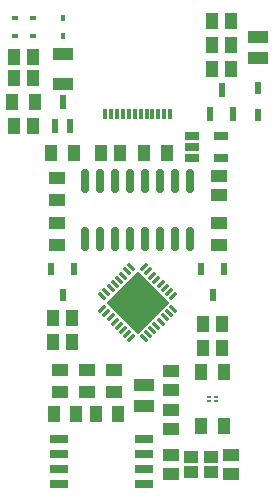
<source format=gbr>
%TF.GenerationSoftware,KiCad,Pcbnew,(6.0.2)*%
%TF.CreationDate,2022-07-01T18:11:32+02:00*%
%TF.ProjectId,Easy C3 Dev Board,45617379-2043-4332-9044-657620426f61,rev?*%
%TF.SameCoordinates,Original*%
%TF.FileFunction,Paste,Top*%
%TF.FilePolarity,Positive*%
%FSLAX46Y46*%
G04 Gerber Fmt 4.6, Leading zero omitted, Abs format (unit mm)*
G04 Created by KiCad (PCBNEW (6.0.2)) date 2022-07-01 18:11:32*
%MOMM*%
%LPD*%
G01*
G04 APERTURE LIST*
G04 Aperture macros list*
%AMRoundRect*
0 Rectangle with rounded corners*
0 $1 Rounding radius*
0 $2 $3 $4 $5 $6 $7 $8 $9 X,Y pos of 4 corners*
0 Add a 4 corners polygon primitive as box body*
4,1,4,$2,$3,$4,$5,$6,$7,$8,$9,$2,$3,0*
0 Add four circle primitives for the rounded corners*
1,1,$1+$1,$2,$3*
1,1,$1+$1,$4,$5*
1,1,$1+$1,$6,$7*
1,1,$1+$1,$8,$9*
0 Add four rect primitives between the rounded corners*
20,1,$1+$1,$2,$3,$4,$5,0*
20,1,$1+$1,$4,$5,$6,$7,0*
20,1,$1+$1,$6,$7,$8,$9,0*
20,1,$1+$1,$8,$9,$2,$3,0*%
%AMRotRect*
0 Rectangle, with rotation*
0 The origin of the aperture is its center*
0 $1 length*
0 $2 width*
0 $3 Rotation angle, in degrees counterclockwise*
0 Add horizontal line*
21,1,$1,$2,0,0,$3*%
G04 Aperture macros list end*
%ADD10R,1.020000X1.470000*%
%ADD11R,1.000000X1.450000*%
%ADD12R,1.470000X1.020000*%
%ADD13R,1.450000X1.000000*%
%ADD14R,0.600000X1.050000*%
%ADD15R,0.300000X0.250000*%
%ADD16R,0.570000X0.420000*%
%ADD17RotRect,0.300000X0.800000X225.000000*%
%ADD18RotRect,0.300000X0.800000X135.000000*%
%ADD19RotRect,3.750000X3.750000X135.000000*%
%ADD20R,1.650000X0.650000*%
%ADD21R,1.780000X1.020000*%
%ADD22R,0.500000X1.075000*%
%ADD23RoundRect,0.150000X-0.150000X0.825000X-0.150000X-0.825000X0.150000X-0.825000X0.150000X0.825000X0*%
%ADD24R,1.250000X0.650000*%
%ADD25R,1.200000X1.000000*%
%ADD26R,0.600000X1.250000*%
%ADD27R,0.550000X1.150000*%
%ADD28R,0.300000X0.900000*%
%ADD29R,0.420000X0.570000*%
%ADD30R,1.800000X1.000000*%
G04 APERTURE END LIST*
D10*
%TO.C,C5*%
X150330000Y-76962000D03*
X151930000Y-76962000D03*
%TD*%
D11*
%TO.C,R10*%
X153924000Y-83058000D03*
X155824000Y-83058000D03*
%TD*%
D12*
%TO.C,C13*%
X165354000Y-88176000D03*
X165354000Y-86576000D03*
%TD*%
D11*
%TO.C,R4*%
X150180000Y-60960000D03*
X152080000Y-60960000D03*
%TD*%
D10*
%TO.C,C8*%
X154356000Y-60960000D03*
X155956000Y-60960000D03*
%TD*%
D13*
%TO.C,R5*%
X150876000Y-81214000D03*
X150876000Y-79314000D03*
%TD*%
D10*
%TO.C,C6*%
X164630000Y-75438000D03*
X163030000Y-75438000D03*
%TD*%
D14*
%TO.C,Q3*%
X164780000Y-70782000D03*
X162880000Y-70782000D03*
X163830000Y-72982000D03*
%TD*%
D15*
%TO.C,ANT1*%
X163510000Y-81963000D03*
X163510000Y-81613000D03*
X164150000Y-81963000D03*
X164150000Y-81613000D03*
%TD*%
D11*
%TO.C,R11*%
X164780000Y-79502000D03*
X162880000Y-79502000D03*
%TD*%
D10*
%TO.C,C1*%
X163792000Y-51816000D03*
X165392000Y-51816000D03*
%TD*%
D13*
%TO.C,R2*%
X153162000Y-81214000D03*
X153162000Y-79314000D03*
%TD*%
%TO.C,R7*%
X150622000Y-68768000D03*
X150622000Y-66868000D03*
%TD*%
D16*
%TO.C,D2*%
X147053000Y-49530000D03*
X148603000Y-49530000D03*
%TD*%
D10*
%TO.C,C14*%
X147028000Y-52832000D03*
X148628000Y-52832000D03*
%TD*%
D17*
%TO.C,IC1*%
X158010330Y-76665204D03*
X158363883Y-76311650D03*
X158717437Y-75958097D03*
X159070990Y-75604544D03*
X159424544Y-75250990D03*
X159778097Y-74897437D03*
X160131650Y-74543883D03*
X160485204Y-74190330D03*
D18*
X160485204Y-73129670D03*
X160131650Y-72776117D03*
X159778097Y-72422563D03*
X159424544Y-72069010D03*
X159070990Y-71715456D03*
X158717437Y-71361903D03*
X158363883Y-71008350D03*
X158010330Y-70654796D03*
D17*
X156949670Y-70654796D03*
X156596117Y-71008350D03*
X156242563Y-71361903D03*
X155889010Y-71715456D03*
X155535456Y-72069010D03*
X155181903Y-72422563D03*
X154828350Y-72776117D03*
X154474796Y-73129670D03*
D18*
X154474796Y-74190330D03*
X154828350Y-74543883D03*
X155181903Y-74897437D03*
X155535456Y-75250990D03*
X155889010Y-75604544D03*
X156242563Y-75958097D03*
X156596117Y-76311650D03*
X156949670Y-76665204D03*
D19*
X157480000Y-73660000D03*
%TD*%
D10*
%TO.C,C7*%
X150330000Y-74930000D03*
X151930000Y-74930000D03*
%TD*%
D20*
%TO.C,IC2*%
X150832000Y-85217000D03*
X150832000Y-86487000D03*
X150832000Y-87757000D03*
X150832000Y-89027000D03*
X158032000Y-89027000D03*
X158032000Y-87757000D03*
X158032000Y-86487000D03*
X158032000Y-85217000D03*
%TD*%
D10*
%TO.C,C10*%
X147028000Y-58674000D03*
X148628000Y-58674000D03*
%TD*%
D12*
%TO.C,C9*%
X160274000Y-84366000D03*
X160274000Y-82766000D03*
%TD*%
D21*
%TO.C,L1*%
X167640000Y-51180000D03*
X167640000Y-52960000D03*
%TD*%
D10*
%TO.C,C4*%
X164630000Y-77470000D03*
X163030000Y-77470000D03*
%TD*%
D12*
%TO.C,C12*%
X164338000Y-62954000D03*
X164338000Y-64554000D03*
%TD*%
%TO.C,C11*%
X160274000Y-81064000D03*
X160274000Y-79464000D03*
%TD*%
D10*
%TO.C,C2*%
X163792000Y-53848000D03*
X165392000Y-53848000D03*
%TD*%
D11*
%TO.C,R8*%
X150368000Y-83058000D03*
X152268000Y-83058000D03*
%TD*%
D21*
%TO.C,L2*%
X157988000Y-82424000D03*
X157988000Y-80644000D03*
%TD*%
D12*
%TO.C,C16*%
X160274000Y-88176000D03*
X160274000Y-86576000D03*
%TD*%
D11*
%TO.C,R3*%
X159954000Y-60960000D03*
X158054000Y-60960000D03*
%TD*%
%TO.C,R9*%
X148778000Y-56642000D03*
X146878000Y-56642000D03*
%TD*%
D22*
%TO.C,D4*%
X167640000Y-57804000D03*
X167640000Y-55480000D03*
%TD*%
D23*
%TO.C,U1*%
X161925000Y-63311000D03*
X160655000Y-63311000D03*
X159385000Y-63311000D03*
X158115000Y-63311000D03*
X156845000Y-63311000D03*
X155575000Y-63311000D03*
X154305000Y-63311000D03*
X153035000Y-63311000D03*
X153035000Y-68261000D03*
X154305000Y-68261000D03*
X155575000Y-68261000D03*
X156845000Y-68261000D03*
X158115000Y-68261000D03*
X159385000Y-68261000D03*
X160655000Y-68261000D03*
X161925000Y-68261000D03*
%TD*%
D24*
%TO.C,IC3*%
X162072000Y-59512000D03*
X162072000Y-60452000D03*
X162072000Y-61392000D03*
X164572000Y-61392000D03*
X164572000Y-59512000D03*
%TD*%
D11*
%TO.C,R13*%
X162880000Y-84074000D03*
X164780000Y-84074000D03*
%TD*%
D14*
%TO.C,Q2*%
X152080000Y-70782000D03*
X150180000Y-70782000D03*
X151130000Y-72982000D03*
%TD*%
D25*
%TO.C,Y1*%
X163664000Y-86726000D03*
X161964000Y-86726000D03*
X161964000Y-88026000D03*
X163664000Y-88026000D03*
%TD*%
D26*
%TO.C,Q1*%
X163642000Y-57642000D03*
X165542000Y-57642000D03*
X164592000Y-55642000D03*
%TD*%
D10*
%TO.C,C3*%
X163792000Y-49784000D03*
X165392000Y-49784000D03*
%TD*%
D13*
%TO.C,R12*%
X164338000Y-66868000D03*
X164338000Y-68768000D03*
%TD*%
D27*
%TO.C,Q4*%
X150480000Y-58658000D03*
X151780000Y-58658000D03*
X151130000Y-56658000D03*
%TD*%
D28*
%TO.C,J1*%
X160230000Y-57643000D03*
X159730000Y-57643000D03*
X159230000Y-57643000D03*
X158730000Y-57643000D03*
X158230000Y-57643000D03*
X157730000Y-57643000D03*
X157230000Y-57643000D03*
X156730000Y-57643000D03*
X156230000Y-57643000D03*
X155730000Y-57643000D03*
X155230000Y-57643000D03*
X154730000Y-57643000D03*
%TD*%
D29*
%TO.C,D1*%
X151130000Y-51067000D03*
X151130000Y-49517000D03*
%TD*%
D13*
%TO.C,R6*%
X150622000Y-64958000D03*
X150622000Y-63058000D03*
%TD*%
D30*
%TO.C,Y2*%
X151130000Y-52598000D03*
X151130000Y-55098000D03*
%TD*%
D10*
%TO.C,C15*%
X147028000Y-54610000D03*
X148628000Y-54610000D03*
%TD*%
D16*
%TO.C,D3*%
X147053000Y-51038000D03*
X148603000Y-51038000D03*
%TD*%
D13*
%TO.C,R1*%
X155448000Y-81214000D03*
X155448000Y-79314000D03*
%TD*%
M02*

</source>
